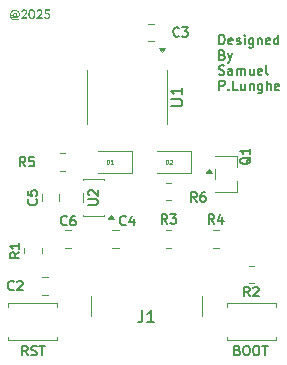
<source format=gbr>
%TF.GenerationSoftware,KiCad,Pcbnew,9.0.6+dfsg-1*%
%TF.CreationDate,2025-12-07T22:35:31+03:00*%
%TF.ProjectId,Custom_STM32F04,43757374-6f6d-45f5-9354-4d3332463034,1*%
%TF.SameCoordinates,Original*%
%TF.FileFunction,Legend,Top*%
%TF.FilePolarity,Positive*%
%FSLAX46Y46*%
G04 Gerber Fmt 4.6, Leading zero omitted, Abs format (unit mm)*
G04 Created by KiCad (PCBNEW 9.0.6+dfsg-1) date 2025-12-07 22:35:31*
%MOMM*%
%LPD*%
G01*
G04 APERTURE LIST*
%ADD10C,0.160000*%
%ADD11C,0.150000*%
%ADD12C,0.087500*%
%ADD13C,0.120000*%
G04 APERTURE END LIST*
D10*
G36*
X152044641Y-78099076D02*
G01*
X152095122Y-78107677D01*
X152144006Y-78121958D01*
X152189692Y-78141578D01*
X152232422Y-78166604D01*
X152271660Y-78196972D01*
X152306565Y-78232240D01*
X152336336Y-78272199D01*
X152360310Y-78316387D01*
X152378590Y-78365939D01*
X152389808Y-78418772D01*
X152393684Y-78477314D01*
X152389250Y-78535805D01*
X152376343Y-78588982D01*
X152355321Y-78637892D01*
X152328227Y-78678766D01*
X152294497Y-78712885D01*
X152255443Y-78738654D01*
X152211965Y-78754993D01*
X152164829Y-78760489D01*
X152126260Y-78755525D01*
X152095415Y-78741487D01*
X152078965Y-78726847D01*
X152066077Y-78706910D01*
X152056824Y-78680427D01*
X152021622Y-78717516D01*
X151986580Y-78740901D01*
X151947998Y-78754695D01*
X151905736Y-78759366D01*
X151873034Y-78756215D01*
X151846092Y-78747349D01*
X151822681Y-78732965D01*
X151803838Y-78714327D01*
X151789343Y-78691708D01*
X151778681Y-78664502D01*
X151772437Y-78634925D01*
X151770279Y-78602122D01*
X151770457Y-78599289D01*
X151863189Y-78599289D01*
X151867810Y-78634518D01*
X151880237Y-78659177D01*
X151893046Y-78671115D01*
X151909204Y-78678411D01*
X151929769Y-78681013D01*
X151961667Y-78675981D01*
X151977279Y-78669206D01*
X151992735Y-78658347D01*
X152006593Y-78644096D01*
X152020139Y-78624495D01*
X152031291Y-78601590D01*
X152041144Y-78571348D01*
X152082568Y-78410147D01*
X152040558Y-78406240D01*
X152003701Y-78410342D01*
X151970069Y-78422457D01*
X151939760Y-78441365D01*
X151913845Y-78465542D01*
X151892742Y-78494274D01*
X151876622Y-78527384D01*
X151866535Y-78562911D01*
X151863189Y-78599289D01*
X151770457Y-78599289D01*
X151772283Y-78570272D01*
X151778387Y-78537789D01*
X151788421Y-78505943D01*
X151802421Y-78475067D01*
X151820356Y-78445925D01*
X151842721Y-78418256D01*
X151868901Y-78393551D01*
X151899288Y-78372094D01*
X151933027Y-78354746D01*
X151971730Y-78341076D01*
X152013221Y-78332566D01*
X152060146Y-78329596D01*
X152099104Y-78331254D01*
X152130097Y-78335751D01*
X152186664Y-78353630D01*
X152134054Y-78558989D01*
X152126159Y-78596118D01*
X152123942Y-78622248D01*
X152126068Y-78645280D01*
X152131514Y-78660594D01*
X152140656Y-78672278D01*
X152152519Y-78679596D01*
X152182170Y-78684921D01*
X152206513Y-78681230D01*
X152230286Y-78669826D01*
X152251367Y-78652041D01*
X152270293Y-78627279D01*
X152285274Y-78598000D01*
X152297452Y-78561529D01*
X152304906Y-78522075D01*
X152307515Y-78477314D01*
X152304682Y-78427757D01*
X152296598Y-78384196D01*
X152283726Y-78345814D01*
X152265555Y-78309695D01*
X152243662Y-78278333D01*
X152217976Y-78251243D01*
X152172514Y-78218193D01*
X152118374Y-78194188D01*
X152059057Y-78180028D01*
X151993028Y-78175137D01*
X151944386Y-78178312D01*
X151898562Y-78187668D01*
X151855080Y-78203127D01*
X151814019Y-78224247D01*
X151777012Y-78249937D01*
X151743705Y-78280357D01*
X151714643Y-78314869D01*
X151689850Y-78353531D01*
X151669260Y-78396763D01*
X151654323Y-78442206D01*
X151645240Y-78490345D01*
X151642149Y-78541648D01*
X151645613Y-78603436D01*
X151655492Y-78657763D01*
X151671214Y-78705632D01*
X151693425Y-78750784D01*
X151719999Y-78789933D01*
X151750983Y-78823699D01*
X151786539Y-78852638D01*
X151826211Y-78876474D01*
X151870467Y-78895311D01*
X151916905Y-78908564D01*
X151966015Y-78916644D01*
X152018185Y-78919394D01*
X152101333Y-78914598D01*
X152168150Y-78901466D01*
X152228799Y-78880852D01*
X152275617Y-78857845D01*
X152288313Y-78852645D01*
X152298527Y-78853106D01*
X152307066Y-78858176D01*
X152313133Y-78867907D01*
X152329888Y-78912115D01*
X152267222Y-78946890D01*
X152193649Y-78974788D01*
X152141847Y-78987487D01*
X152083627Y-78995485D01*
X152018185Y-78998284D01*
X151952751Y-78994691D01*
X151891564Y-78984162D01*
X151834075Y-78966923D01*
X151779362Y-78942705D01*
X151730495Y-78912710D01*
X151686894Y-78876847D01*
X151648843Y-78835260D01*
X151616424Y-78787641D01*
X151589539Y-78733330D01*
X151570319Y-78675796D01*
X151558400Y-78612211D01*
X151554270Y-78541648D01*
X151558150Y-78482020D01*
X151569658Y-78424997D01*
X151588319Y-78370271D01*
X151613279Y-78319240D01*
X151644411Y-78271821D01*
X151681277Y-78228577D01*
X151723298Y-78190362D01*
X151769692Y-78158089D01*
X151820140Y-78132070D01*
X151874912Y-78112464D01*
X151932407Y-78100308D01*
X151993028Y-78096198D01*
X152044641Y-78099076D01*
G37*
G36*
X152990907Y-78750378D02*
G01*
X153008796Y-78753400D01*
X153021681Y-78761857D01*
X153029990Y-78774736D01*
X153032868Y-78791264D01*
X153032868Y-78864000D01*
X152487815Y-78864000D01*
X152487815Y-78823162D01*
X152492847Y-78797419D01*
X152499320Y-78784695D01*
X152509064Y-78772799D01*
X152759755Y-78521522D01*
X152816566Y-78460559D01*
X152839981Y-78431005D01*
X152859113Y-78402332D01*
X152874783Y-78372712D01*
X152885980Y-78343274D01*
X152892875Y-78312760D01*
X152895212Y-78280308D01*
X152892635Y-78249610D01*
X152885394Y-78224083D01*
X152873601Y-78201572D01*
X152858527Y-78183832D01*
X152839976Y-78169932D01*
X152817690Y-78159750D01*
X152793125Y-78153732D01*
X152765373Y-78151641D01*
X152738662Y-78153648D01*
X152714717Y-78159457D01*
X152692601Y-78168907D01*
X152673293Y-78181292D01*
X152656638Y-78196617D01*
X152643056Y-78214607D01*
X152632690Y-78234713D01*
X152625471Y-78256812D01*
X152615209Y-78276941D01*
X152603928Y-78287635D01*
X152589081Y-78292244D01*
X152565582Y-78290957D01*
X152502372Y-78279771D01*
X152514765Y-78225138D01*
X152533928Y-78179582D01*
X152560442Y-78139747D01*
X152592449Y-78107677D01*
X152630045Y-78082496D01*
X152673293Y-78064055D01*
X152720179Y-78053012D01*
X152772065Y-78049205D01*
X152824338Y-78053315D01*
X152870837Y-78065179D01*
X152913230Y-78084705D01*
X152948653Y-78110510D01*
X152977685Y-78142838D01*
X152999846Y-78181829D01*
X153013536Y-78225646D01*
X153018311Y-78276400D01*
X153014939Y-78320052D01*
X153005170Y-78359247D01*
X152989764Y-78396346D01*
X152969609Y-78431983D01*
X152945578Y-78465886D01*
X152917292Y-78499443D01*
X152854326Y-78565730D01*
X152659616Y-78764935D01*
X152707976Y-78754334D01*
X152754187Y-78750378D01*
X152990907Y-78750378D01*
G37*
G36*
X153454604Y-78052027D02*
G01*
X153493065Y-78060347D01*
X153529560Y-78074118D01*
X153563444Y-78093328D01*
X153594510Y-78118338D01*
X153623007Y-78149687D01*
X153646770Y-78184944D01*
X153667666Y-78227302D01*
X153685436Y-78277817D01*
X153697557Y-78329965D01*
X153705336Y-78390661D01*
X153708101Y-78461096D01*
X153705333Y-78531537D01*
X153697550Y-78592128D01*
X153685436Y-78644083D01*
X153667693Y-78694407D01*
X153646800Y-78736797D01*
X153623007Y-78772262D01*
X153594483Y-78803740D01*
X153563419Y-78828724D01*
X153529560Y-78847782D01*
X153493079Y-78861387D01*
X153454616Y-78869611D01*
X153413740Y-78872401D01*
X153372863Y-78869612D01*
X153334383Y-78861389D01*
X153297871Y-78847782D01*
X153264057Y-78828718D01*
X153233091Y-78803733D01*
X153204717Y-78772262D01*
X153181143Y-78736815D01*
X153160445Y-78694426D01*
X153142875Y-78644083D01*
X153130919Y-78592142D01*
X153123236Y-78531550D01*
X153120502Y-78461096D01*
X153244187Y-78461096D01*
X153248039Y-78546878D01*
X153258157Y-78610231D01*
X153275435Y-78666113D01*
X153295673Y-78705632D01*
X153321705Y-78737012D01*
X153349651Y-78756581D01*
X153380996Y-78767916D01*
X153413740Y-78771676D01*
X153446054Y-78767936D01*
X153477536Y-78756581D01*
X153505725Y-78736987D01*
X153531807Y-78705632D01*
X153552098Y-78666120D01*
X153569567Y-78610231D01*
X153579934Y-78546868D01*
X153583879Y-78461096D01*
X153579934Y-78375325D01*
X153569567Y-78311962D01*
X153552098Y-78256073D01*
X153531807Y-78216561D01*
X153505719Y-78185177D01*
X153477536Y-78165612D01*
X153446054Y-78154257D01*
X153413740Y-78150517D01*
X153380996Y-78154277D01*
X153349651Y-78165612D01*
X153321711Y-78185151D01*
X153295673Y-78216561D01*
X153275435Y-78256080D01*
X153258157Y-78311962D01*
X153248039Y-78375315D01*
X153244187Y-78461096D01*
X153120502Y-78461096D01*
X153123233Y-78390649D01*
X153130912Y-78329951D01*
X153142875Y-78277817D01*
X153160471Y-78227282D01*
X153181174Y-78184926D01*
X153204717Y-78149687D01*
X153233064Y-78118345D01*
X153264031Y-78093334D01*
X153297871Y-78074118D01*
X153334397Y-78060345D01*
X153372875Y-78052026D01*
X153413740Y-78049205D01*
X153454604Y-78052027D01*
G37*
G36*
X154289888Y-78750378D02*
G01*
X154307777Y-78753400D01*
X154320662Y-78761857D01*
X154328971Y-78774736D01*
X154331849Y-78791264D01*
X154331849Y-78864000D01*
X153786796Y-78864000D01*
X153786796Y-78823162D01*
X153791828Y-78797419D01*
X153798301Y-78784695D01*
X153808046Y-78772799D01*
X154058736Y-78521522D01*
X154115547Y-78460559D01*
X154138962Y-78431005D01*
X154158094Y-78402332D01*
X154173764Y-78372712D01*
X154184961Y-78343274D01*
X154191856Y-78312760D01*
X154194193Y-78280308D01*
X154191616Y-78249610D01*
X154184375Y-78224083D01*
X154172582Y-78201572D01*
X154157508Y-78183832D01*
X154138957Y-78169932D01*
X154116671Y-78159750D01*
X154092107Y-78153732D01*
X154064354Y-78151641D01*
X154037643Y-78153648D01*
X154013698Y-78159457D01*
X153991583Y-78168907D01*
X153972274Y-78181292D01*
X153955619Y-78196617D01*
X153942037Y-78214607D01*
X153931671Y-78234713D01*
X153924452Y-78256812D01*
X153914191Y-78276941D01*
X153902909Y-78287635D01*
X153888062Y-78292244D01*
X153864563Y-78290957D01*
X153801353Y-78279771D01*
X153813746Y-78225138D01*
X153832909Y-78179582D01*
X153859424Y-78139747D01*
X153891430Y-78107677D01*
X153929027Y-78082496D01*
X153972274Y-78064055D01*
X154019160Y-78053012D01*
X154071046Y-78049205D01*
X154123319Y-78053315D01*
X154169818Y-78065179D01*
X154212211Y-78084705D01*
X154247634Y-78110510D01*
X154276666Y-78142838D01*
X154298827Y-78181829D01*
X154312517Y-78225646D01*
X154317292Y-78276400D01*
X154313920Y-78320052D01*
X154304152Y-78359247D01*
X154288745Y-78396346D01*
X154268590Y-78431983D01*
X154244559Y-78465886D01*
X154216273Y-78499443D01*
X154153307Y-78565730D01*
X153958597Y-78764935D01*
X154006957Y-78754334D01*
X154053168Y-78750378D01*
X154289888Y-78750378D01*
G37*
G36*
X154604180Y-78355877D02*
G01*
X154659818Y-78346937D01*
X154711060Y-78344104D01*
X154771956Y-78349030D01*
X154822679Y-78362862D01*
X154867718Y-78385538D01*
X154903817Y-78414642D01*
X154932429Y-78450435D01*
X154953056Y-78492164D01*
X154965344Y-78537969D01*
X154969567Y-78588689D01*
X154963810Y-78650942D01*
X154947194Y-78705632D01*
X154920291Y-78754660D01*
X154885059Y-78795465D01*
X154842100Y-78828185D01*
X154791318Y-78852813D01*
X154735767Y-78867803D01*
X154674668Y-78872939D01*
X154638299Y-78871083D01*
X154604424Y-78865660D01*
X154571923Y-78856976D01*
X154542044Y-78845828D01*
X154488311Y-78816714D01*
X154444103Y-78782276D01*
X154481032Y-78730789D01*
X154494852Y-78718173D01*
X154512393Y-78714034D01*
X154524695Y-78716083D01*
X154539260Y-78722974D01*
X154573112Y-78742269D01*
X154618688Y-78761613D01*
X154646433Y-78768159D01*
X154681360Y-78770552D01*
X154719724Y-78767210D01*
X154752435Y-78757705D01*
X154781563Y-78742081D01*
X154805338Y-78721606D01*
X154824132Y-78696328D01*
X154838066Y-78665919D01*
X154846376Y-78632416D01*
X154849253Y-78594844D01*
X154846554Y-78560734D01*
X154838897Y-78531585D01*
X154825925Y-78505540D01*
X154808122Y-78484006D01*
X154785549Y-78466993D01*
X154756929Y-78454111D01*
X154724754Y-78446489D01*
X154685854Y-78443755D01*
X154625136Y-78448787D01*
X154562170Y-78464418D01*
X154487187Y-78443169D01*
X154553230Y-78058145D01*
X154943286Y-78058145D01*
X154943286Y-78110217D01*
X154939099Y-78133888D01*
X154927020Y-78152178D01*
X154907167Y-78163770D01*
X154872749Y-78168396D01*
X154636615Y-78168396D01*
X154604180Y-78355877D01*
G37*
X169295739Y-81029910D02*
X169295739Y-80229910D01*
X169295739Y-80229910D02*
X169486215Y-80229910D01*
X169486215Y-80229910D02*
X169600501Y-80268005D01*
X169600501Y-80268005D02*
X169676691Y-80344195D01*
X169676691Y-80344195D02*
X169714786Y-80420386D01*
X169714786Y-80420386D02*
X169752882Y-80572767D01*
X169752882Y-80572767D02*
X169752882Y-80687053D01*
X169752882Y-80687053D02*
X169714786Y-80839434D01*
X169714786Y-80839434D02*
X169676691Y-80915624D01*
X169676691Y-80915624D02*
X169600501Y-80991815D01*
X169600501Y-80991815D02*
X169486215Y-81029910D01*
X169486215Y-81029910D02*
X169295739Y-81029910D01*
X170400501Y-80991815D02*
X170324310Y-81029910D01*
X170324310Y-81029910D02*
X170171929Y-81029910D01*
X170171929Y-81029910D02*
X170095739Y-80991815D01*
X170095739Y-80991815D02*
X170057643Y-80915624D01*
X170057643Y-80915624D02*
X170057643Y-80610862D01*
X170057643Y-80610862D02*
X170095739Y-80534672D01*
X170095739Y-80534672D02*
X170171929Y-80496576D01*
X170171929Y-80496576D02*
X170324310Y-80496576D01*
X170324310Y-80496576D02*
X170400501Y-80534672D01*
X170400501Y-80534672D02*
X170438596Y-80610862D01*
X170438596Y-80610862D02*
X170438596Y-80687053D01*
X170438596Y-80687053D02*
X170057643Y-80763243D01*
X170743357Y-80991815D02*
X170819548Y-81029910D01*
X170819548Y-81029910D02*
X170971929Y-81029910D01*
X170971929Y-81029910D02*
X171048119Y-80991815D01*
X171048119Y-80991815D02*
X171086215Y-80915624D01*
X171086215Y-80915624D02*
X171086215Y-80877529D01*
X171086215Y-80877529D02*
X171048119Y-80801338D01*
X171048119Y-80801338D02*
X170971929Y-80763243D01*
X170971929Y-80763243D02*
X170857643Y-80763243D01*
X170857643Y-80763243D02*
X170781453Y-80725148D01*
X170781453Y-80725148D02*
X170743357Y-80648957D01*
X170743357Y-80648957D02*
X170743357Y-80610862D01*
X170743357Y-80610862D02*
X170781453Y-80534672D01*
X170781453Y-80534672D02*
X170857643Y-80496576D01*
X170857643Y-80496576D02*
X170971929Y-80496576D01*
X170971929Y-80496576D02*
X171048119Y-80534672D01*
X171429072Y-81029910D02*
X171429072Y-80496576D01*
X171429072Y-80229910D02*
X171390976Y-80268005D01*
X171390976Y-80268005D02*
X171429072Y-80306100D01*
X171429072Y-80306100D02*
X171467167Y-80268005D01*
X171467167Y-80268005D02*
X171429072Y-80229910D01*
X171429072Y-80229910D02*
X171429072Y-80306100D01*
X172152881Y-80496576D02*
X172152881Y-81144195D01*
X172152881Y-81144195D02*
X172114786Y-81220386D01*
X172114786Y-81220386D02*
X172076690Y-81258481D01*
X172076690Y-81258481D02*
X172000500Y-81296576D01*
X172000500Y-81296576D02*
X171886214Y-81296576D01*
X171886214Y-81296576D02*
X171810024Y-81258481D01*
X172152881Y-80991815D02*
X172076690Y-81029910D01*
X172076690Y-81029910D02*
X171924309Y-81029910D01*
X171924309Y-81029910D02*
X171848119Y-80991815D01*
X171848119Y-80991815D02*
X171810024Y-80953719D01*
X171810024Y-80953719D02*
X171771928Y-80877529D01*
X171771928Y-80877529D02*
X171771928Y-80648957D01*
X171771928Y-80648957D02*
X171810024Y-80572767D01*
X171810024Y-80572767D02*
X171848119Y-80534672D01*
X171848119Y-80534672D02*
X171924309Y-80496576D01*
X171924309Y-80496576D02*
X172076690Y-80496576D01*
X172076690Y-80496576D02*
X172152881Y-80534672D01*
X172533834Y-80496576D02*
X172533834Y-81029910D01*
X172533834Y-80572767D02*
X172571929Y-80534672D01*
X172571929Y-80534672D02*
X172648119Y-80496576D01*
X172648119Y-80496576D02*
X172762405Y-80496576D01*
X172762405Y-80496576D02*
X172838596Y-80534672D01*
X172838596Y-80534672D02*
X172876691Y-80610862D01*
X172876691Y-80610862D02*
X172876691Y-81029910D01*
X173562406Y-80991815D02*
X173486215Y-81029910D01*
X173486215Y-81029910D02*
X173333834Y-81029910D01*
X173333834Y-81029910D02*
X173257644Y-80991815D01*
X173257644Y-80991815D02*
X173219548Y-80915624D01*
X173219548Y-80915624D02*
X173219548Y-80610862D01*
X173219548Y-80610862D02*
X173257644Y-80534672D01*
X173257644Y-80534672D02*
X173333834Y-80496576D01*
X173333834Y-80496576D02*
X173486215Y-80496576D01*
X173486215Y-80496576D02*
X173562406Y-80534672D01*
X173562406Y-80534672D02*
X173600501Y-80610862D01*
X173600501Y-80610862D02*
X173600501Y-80687053D01*
X173600501Y-80687053D02*
X173219548Y-80763243D01*
X174286215Y-81029910D02*
X174286215Y-80229910D01*
X174286215Y-80991815D02*
X174210024Y-81029910D01*
X174210024Y-81029910D02*
X174057643Y-81029910D01*
X174057643Y-81029910D02*
X173981453Y-80991815D01*
X173981453Y-80991815D02*
X173943358Y-80953719D01*
X173943358Y-80953719D02*
X173905262Y-80877529D01*
X173905262Y-80877529D02*
X173905262Y-80648957D01*
X173905262Y-80648957D02*
X173943358Y-80572767D01*
X173943358Y-80572767D02*
X173981453Y-80534672D01*
X173981453Y-80534672D02*
X174057643Y-80496576D01*
X174057643Y-80496576D02*
X174210024Y-80496576D01*
X174210024Y-80496576D02*
X174286215Y-80534672D01*
X169562405Y-81898817D02*
X169676691Y-81936912D01*
X169676691Y-81936912D02*
X169714786Y-81975008D01*
X169714786Y-81975008D02*
X169752882Y-82051198D01*
X169752882Y-82051198D02*
X169752882Y-82165484D01*
X169752882Y-82165484D02*
X169714786Y-82241674D01*
X169714786Y-82241674D02*
X169676691Y-82279770D01*
X169676691Y-82279770D02*
X169600501Y-82317865D01*
X169600501Y-82317865D02*
X169295739Y-82317865D01*
X169295739Y-82317865D02*
X169295739Y-81517865D01*
X169295739Y-81517865D02*
X169562405Y-81517865D01*
X169562405Y-81517865D02*
X169638596Y-81555960D01*
X169638596Y-81555960D02*
X169676691Y-81594055D01*
X169676691Y-81594055D02*
X169714786Y-81670246D01*
X169714786Y-81670246D02*
X169714786Y-81746436D01*
X169714786Y-81746436D02*
X169676691Y-81822627D01*
X169676691Y-81822627D02*
X169638596Y-81860722D01*
X169638596Y-81860722D02*
X169562405Y-81898817D01*
X169562405Y-81898817D02*
X169295739Y-81898817D01*
X170019548Y-81784531D02*
X170210024Y-82317865D01*
X170400501Y-81784531D02*
X170210024Y-82317865D01*
X170210024Y-82317865D02*
X170133834Y-82508341D01*
X170133834Y-82508341D02*
X170095739Y-82546436D01*
X170095739Y-82546436D02*
X170019548Y-82584531D01*
X169257643Y-83567725D02*
X169371929Y-83605820D01*
X169371929Y-83605820D02*
X169562405Y-83605820D01*
X169562405Y-83605820D02*
X169638596Y-83567725D01*
X169638596Y-83567725D02*
X169676691Y-83529629D01*
X169676691Y-83529629D02*
X169714786Y-83453439D01*
X169714786Y-83453439D02*
X169714786Y-83377248D01*
X169714786Y-83377248D02*
X169676691Y-83301058D01*
X169676691Y-83301058D02*
X169638596Y-83262963D01*
X169638596Y-83262963D02*
X169562405Y-83224867D01*
X169562405Y-83224867D02*
X169410024Y-83186772D01*
X169410024Y-83186772D02*
X169333834Y-83148677D01*
X169333834Y-83148677D02*
X169295739Y-83110582D01*
X169295739Y-83110582D02*
X169257643Y-83034391D01*
X169257643Y-83034391D02*
X169257643Y-82958201D01*
X169257643Y-82958201D02*
X169295739Y-82882010D01*
X169295739Y-82882010D02*
X169333834Y-82843915D01*
X169333834Y-82843915D02*
X169410024Y-82805820D01*
X169410024Y-82805820D02*
X169600501Y-82805820D01*
X169600501Y-82805820D02*
X169714786Y-82843915D01*
X170400501Y-83605820D02*
X170400501Y-83186772D01*
X170400501Y-83186772D02*
X170362406Y-83110582D01*
X170362406Y-83110582D02*
X170286215Y-83072486D01*
X170286215Y-83072486D02*
X170133834Y-83072486D01*
X170133834Y-83072486D02*
X170057644Y-83110582D01*
X170400501Y-83567725D02*
X170324310Y-83605820D01*
X170324310Y-83605820D02*
X170133834Y-83605820D01*
X170133834Y-83605820D02*
X170057644Y-83567725D01*
X170057644Y-83567725D02*
X170019548Y-83491534D01*
X170019548Y-83491534D02*
X170019548Y-83415344D01*
X170019548Y-83415344D02*
X170057644Y-83339153D01*
X170057644Y-83339153D02*
X170133834Y-83301058D01*
X170133834Y-83301058D02*
X170324310Y-83301058D01*
X170324310Y-83301058D02*
X170400501Y-83262963D01*
X170781454Y-83605820D02*
X170781454Y-83072486D01*
X170781454Y-83148677D02*
X170819549Y-83110582D01*
X170819549Y-83110582D02*
X170895739Y-83072486D01*
X170895739Y-83072486D02*
X171010025Y-83072486D01*
X171010025Y-83072486D02*
X171086216Y-83110582D01*
X171086216Y-83110582D02*
X171124311Y-83186772D01*
X171124311Y-83186772D02*
X171124311Y-83605820D01*
X171124311Y-83186772D02*
X171162406Y-83110582D01*
X171162406Y-83110582D02*
X171238597Y-83072486D01*
X171238597Y-83072486D02*
X171352882Y-83072486D01*
X171352882Y-83072486D02*
X171429073Y-83110582D01*
X171429073Y-83110582D02*
X171467168Y-83186772D01*
X171467168Y-83186772D02*
X171467168Y-83605820D01*
X172190978Y-83072486D02*
X172190978Y-83605820D01*
X171848121Y-83072486D02*
X171848121Y-83491534D01*
X171848121Y-83491534D02*
X171886216Y-83567725D01*
X171886216Y-83567725D02*
X171962406Y-83605820D01*
X171962406Y-83605820D02*
X172076692Y-83605820D01*
X172076692Y-83605820D02*
X172152883Y-83567725D01*
X172152883Y-83567725D02*
X172190978Y-83529629D01*
X172876693Y-83567725D02*
X172800502Y-83605820D01*
X172800502Y-83605820D02*
X172648121Y-83605820D01*
X172648121Y-83605820D02*
X172571931Y-83567725D01*
X172571931Y-83567725D02*
X172533835Y-83491534D01*
X172533835Y-83491534D02*
X172533835Y-83186772D01*
X172533835Y-83186772D02*
X172571931Y-83110582D01*
X172571931Y-83110582D02*
X172648121Y-83072486D01*
X172648121Y-83072486D02*
X172800502Y-83072486D01*
X172800502Y-83072486D02*
X172876693Y-83110582D01*
X172876693Y-83110582D02*
X172914788Y-83186772D01*
X172914788Y-83186772D02*
X172914788Y-83262963D01*
X172914788Y-83262963D02*
X172533835Y-83339153D01*
X173371930Y-83605820D02*
X173295740Y-83567725D01*
X173295740Y-83567725D02*
X173257645Y-83491534D01*
X173257645Y-83491534D02*
X173257645Y-82805820D01*
X169295739Y-84893775D02*
X169295739Y-84093775D01*
X169295739Y-84093775D02*
X169600501Y-84093775D01*
X169600501Y-84093775D02*
X169676691Y-84131870D01*
X169676691Y-84131870D02*
X169714786Y-84169965D01*
X169714786Y-84169965D02*
X169752882Y-84246156D01*
X169752882Y-84246156D02*
X169752882Y-84360441D01*
X169752882Y-84360441D02*
X169714786Y-84436632D01*
X169714786Y-84436632D02*
X169676691Y-84474727D01*
X169676691Y-84474727D02*
X169600501Y-84512822D01*
X169600501Y-84512822D02*
X169295739Y-84512822D01*
X170095739Y-84817584D02*
X170133834Y-84855680D01*
X170133834Y-84855680D02*
X170095739Y-84893775D01*
X170095739Y-84893775D02*
X170057643Y-84855680D01*
X170057643Y-84855680D02*
X170095739Y-84817584D01*
X170095739Y-84817584D02*
X170095739Y-84893775D01*
X170857643Y-84893775D02*
X170476691Y-84893775D01*
X170476691Y-84893775D02*
X170476691Y-84093775D01*
X171467167Y-84360441D02*
X171467167Y-84893775D01*
X171124310Y-84360441D02*
X171124310Y-84779489D01*
X171124310Y-84779489D02*
X171162405Y-84855680D01*
X171162405Y-84855680D02*
X171238595Y-84893775D01*
X171238595Y-84893775D02*
X171352881Y-84893775D01*
X171352881Y-84893775D02*
X171429072Y-84855680D01*
X171429072Y-84855680D02*
X171467167Y-84817584D01*
X171848120Y-84360441D02*
X171848120Y-84893775D01*
X171848120Y-84436632D02*
X171886215Y-84398537D01*
X171886215Y-84398537D02*
X171962405Y-84360441D01*
X171962405Y-84360441D02*
X172076691Y-84360441D01*
X172076691Y-84360441D02*
X172152882Y-84398537D01*
X172152882Y-84398537D02*
X172190977Y-84474727D01*
X172190977Y-84474727D02*
X172190977Y-84893775D01*
X172914787Y-84360441D02*
X172914787Y-85008060D01*
X172914787Y-85008060D02*
X172876692Y-85084251D01*
X172876692Y-85084251D02*
X172838596Y-85122346D01*
X172838596Y-85122346D02*
X172762406Y-85160441D01*
X172762406Y-85160441D02*
X172648120Y-85160441D01*
X172648120Y-85160441D02*
X172571930Y-85122346D01*
X172914787Y-84855680D02*
X172838596Y-84893775D01*
X172838596Y-84893775D02*
X172686215Y-84893775D01*
X172686215Y-84893775D02*
X172610025Y-84855680D01*
X172610025Y-84855680D02*
X172571930Y-84817584D01*
X172571930Y-84817584D02*
X172533834Y-84741394D01*
X172533834Y-84741394D02*
X172533834Y-84512822D01*
X172533834Y-84512822D02*
X172571930Y-84436632D01*
X172571930Y-84436632D02*
X172610025Y-84398537D01*
X172610025Y-84398537D02*
X172686215Y-84360441D01*
X172686215Y-84360441D02*
X172838596Y-84360441D01*
X172838596Y-84360441D02*
X172914787Y-84398537D01*
X173295740Y-84893775D02*
X173295740Y-84093775D01*
X173638597Y-84893775D02*
X173638597Y-84474727D01*
X173638597Y-84474727D02*
X173600502Y-84398537D01*
X173600502Y-84398537D02*
X173524311Y-84360441D01*
X173524311Y-84360441D02*
X173410025Y-84360441D01*
X173410025Y-84360441D02*
X173333835Y-84398537D01*
X173333835Y-84398537D02*
X173295740Y-84436632D01*
X174324312Y-84855680D02*
X174248121Y-84893775D01*
X174248121Y-84893775D02*
X174095740Y-84893775D01*
X174095740Y-84893775D02*
X174019550Y-84855680D01*
X174019550Y-84855680D02*
X173981454Y-84779489D01*
X173981454Y-84779489D02*
X173981454Y-84474727D01*
X173981454Y-84474727D02*
X174019550Y-84398537D01*
X174019550Y-84398537D02*
X174095740Y-84360441D01*
X174095740Y-84360441D02*
X174248121Y-84360441D01*
X174248121Y-84360441D02*
X174324312Y-84398537D01*
X174324312Y-84398537D02*
X174362407Y-84474727D01*
X174362407Y-84474727D02*
X174362407Y-84550918D01*
X174362407Y-84550918D02*
X173981454Y-84627108D01*
D11*
X158199795Y-94609523D02*
X158847414Y-94609523D01*
X158847414Y-94609523D02*
X158923604Y-94571428D01*
X158923604Y-94571428D02*
X158961700Y-94533333D01*
X158961700Y-94533333D02*
X158999795Y-94457142D01*
X158999795Y-94457142D02*
X158999795Y-94304761D01*
X158999795Y-94304761D02*
X158961700Y-94228571D01*
X158961700Y-94228571D02*
X158923604Y-94190476D01*
X158923604Y-94190476D02*
X158847414Y-94152380D01*
X158847414Y-94152380D02*
X158199795Y-94152380D01*
X158275985Y-93809524D02*
X158237890Y-93771428D01*
X158237890Y-93771428D02*
X158199795Y-93695238D01*
X158199795Y-93695238D02*
X158199795Y-93504762D01*
X158199795Y-93504762D02*
X158237890Y-93428571D01*
X158237890Y-93428571D02*
X158275985Y-93390476D01*
X158275985Y-93390476D02*
X158352176Y-93352381D01*
X158352176Y-93352381D02*
X158428366Y-93352381D01*
X158428366Y-93352381D02*
X158542652Y-93390476D01*
X158542652Y-93390476D02*
X158999795Y-93847619D01*
X158999795Y-93847619D02*
X158999795Y-93352381D01*
X171938485Y-90576190D02*
X171900390Y-90652380D01*
X171900390Y-90652380D02*
X171824200Y-90728571D01*
X171824200Y-90728571D02*
X171709914Y-90842857D01*
X171709914Y-90842857D02*
X171671819Y-90919047D01*
X171671819Y-90919047D02*
X171671819Y-90995238D01*
X171862295Y-90957142D02*
X171824200Y-91033333D01*
X171824200Y-91033333D02*
X171748009Y-91109523D01*
X171748009Y-91109523D02*
X171595628Y-91147619D01*
X171595628Y-91147619D02*
X171328961Y-91147619D01*
X171328961Y-91147619D02*
X171176580Y-91109523D01*
X171176580Y-91109523D02*
X171100390Y-91033333D01*
X171100390Y-91033333D02*
X171062295Y-90957142D01*
X171062295Y-90957142D02*
X171062295Y-90804761D01*
X171062295Y-90804761D02*
X171100390Y-90728571D01*
X171100390Y-90728571D02*
X171176580Y-90652380D01*
X171176580Y-90652380D02*
X171328961Y-90614285D01*
X171328961Y-90614285D02*
X171595628Y-90614285D01*
X171595628Y-90614285D02*
X171748009Y-90652380D01*
X171748009Y-90652380D02*
X171824200Y-90728571D01*
X171824200Y-90728571D02*
X171862295Y-90804761D01*
X171862295Y-90804761D02*
X171862295Y-90957142D01*
X171862295Y-89852381D02*
X171862295Y-90309524D01*
X171862295Y-90080952D02*
X171062295Y-90080952D01*
X171062295Y-90080952D02*
X171176580Y-90157143D01*
X171176580Y-90157143D02*
X171252771Y-90233333D01*
X171252771Y-90233333D02*
X171290866Y-90309524D01*
D12*
X159741667Y-91157366D02*
X159741667Y-90807366D01*
X159741667Y-90807366D02*
X159825000Y-90807366D01*
X159825000Y-90807366D02*
X159875000Y-90824033D01*
X159875000Y-90824033D02*
X159908334Y-90857366D01*
X159908334Y-90857366D02*
X159925000Y-90890700D01*
X159925000Y-90890700D02*
X159941667Y-90957366D01*
X159941667Y-90957366D02*
X159941667Y-91007366D01*
X159941667Y-91007366D02*
X159925000Y-91074033D01*
X159925000Y-91074033D02*
X159908334Y-91107366D01*
X159908334Y-91107366D02*
X159875000Y-91140700D01*
X159875000Y-91140700D02*
X159825000Y-91157366D01*
X159825000Y-91157366D02*
X159741667Y-91157366D01*
X160275000Y-91157366D02*
X160075000Y-91157366D01*
X160175000Y-91157366D02*
X160175000Y-90807366D01*
X160175000Y-90807366D02*
X160141667Y-90857366D01*
X160141667Y-90857366D02*
X160108334Y-90890700D01*
X160108334Y-90890700D02*
X160075000Y-90907366D01*
D11*
X152866667Y-91362295D02*
X152600000Y-90981342D01*
X152409524Y-91362295D02*
X152409524Y-90562295D01*
X152409524Y-90562295D02*
X152714286Y-90562295D01*
X152714286Y-90562295D02*
X152790476Y-90600390D01*
X152790476Y-90600390D02*
X152828571Y-90638485D01*
X152828571Y-90638485D02*
X152866667Y-90714676D01*
X152866667Y-90714676D02*
X152866667Y-90828961D01*
X152866667Y-90828961D02*
X152828571Y-90905152D01*
X152828571Y-90905152D02*
X152790476Y-90943247D01*
X152790476Y-90943247D02*
X152714286Y-90981342D01*
X152714286Y-90981342D02*
X152409524Y-90981342D01*
X153590476Y-90562295D02*
X153209524Y-90562295D01*
X153209524Y-90562295D02*
X153171428Y-90943247D01*
X153171428Y-90943247D02*
X153209524Y-90905152D01*
X153209524Y-90905152D02*
X153285714Y-90867057D01*
X153285714Y-90867057D02*
X153476190Y-90867057D01*
X153476190Y-90867057D02*
X153552381Y-90905152D01*
X153552381Y-90905152D02*
X153590476Y-90943247D01*
X153590476Y-90943247D02*
X153628571Y-91019438D01*
X153628571Y-91019438D02*
X153628571Y-91209914D01*
X153628571Y-91209914D02*
X153590476Y-91286104D01*
X153590476Y-91286104D02*
X153552381Y-91324200D01*
X153552381Y-91324200D02*
X153476190Y-91362295D01*
X153476190Y-91362295D02*
X153285714Y-91362295D01*
X153285714Y-91362295D02*
X153209524Y-91324200D01*
X153209524Y-91324200D02*
X153171428Y-91286104D01*
X168866667Y-96212295D02*
X168600000Y-95831342D01*
X168409524Y-96212295D02*
X168409524Y-95412295D01*
X168409524Y-95412295D02*
X168714286Y-95412295D01*
X168714286Y-95412295D02*
X168790476Y-95450390D01*
X168790476Y-95450390D02*
X168828571Y-95488485D01*
X168828571Y-95488485D02*
X168866667Y-95564676D01*
X168866667Y-95564676D02*
X168866667Y-95678961D01*
X168866667Y-95678961D02*
X168828571Y-95755152D01*
X168828571Y-95755152D02*
X168790476Y-95793247D01*
X168790476Y-95793247D02*
X168714286Y-95831342D01*
X168714286Y-95831342D02*
X168409524Y-95831342D01*
X169552381Y-95678961D02*
X169552381Y-96212295D01*
X169361905Y-95374200D02*
X169171428Y-95945628D01*
X169171428Y-95945628D02*
X169666667Y-95945628D01*
X171866667Y-102362295D02*
X171600000Y-101981342D01*
X171409524Y-102362295D02*
X171409524Y-101562295D01*
X171409524Y-101562295D02*
X171714286Y-101562295D01*
X171714286Y-101562295D02*
X171790476Y-101600390D01*
X171790476Y-101600390D02*
X171828571Y-101638485D01*
X171828571Y-101638485D02*
X171866667Y-101714676D01*
X171866667Y-101714676D02*
X171866667Y-101828961D01*
X171866667Y-101828961D02*
X171828571Y-101905152D01*
X171828571Y-101905152D02*
X171790476Y-101943247D01*
X171790476Y-101943247D02*
X171714286Y-101981342D01*
X171714286Y-101981342D02*
X171409524Y-101981342D01*
X172171428Y-101638485D02*
X172209524Y-101600390D01*
X172209524Y-101600390D02*
X172285714Y-101562295D01*
X172285714Y-101562295D02*
X172476190Y-101562295D01*
X172476190Y-101562295D02*
X172552381Y-101600390D01*
X172552381Y-101600390D02*
X172590476Y-101638485D01*
X172590476Y-101638485D02*
X172628571Y-101714676D01*
X172628571Y-101714676D02*
X172628571Y-101790866D01*
X172628571Y-101790866D02*
X172590476Y-101905152D01*
X172590476Y-101905152D02*
X172133333Y-102362295D01*
X172133333Y-102362295D02*
X172628571Y-102362295D01*
X152362295Y-98633332D02*
X151981342Y-98899999D01*
X152362295Y-99090475D02*
X151562295Y-99090475D01*
X151562295Y-99090475D02*
X151562295Y-98785713D01*
X151562295Y-98785713D02*
X151600390Y-98709523D01*
X151600390Y-98709523D02*
X151638485Y-98671428D01*
X151638485Y-98671428D02*
X151714676Y-98633332D01*
X151714676Y-98633332D02*
X151828961Y-98633332D01*
X151828961Y-98633332D02*
X151905152Y-98671428D01*
X151905152Y-98671428D02*
X151943247Y-98709523D01*
X151943247Y-98709523D02*
X151981342Y-98785713D01*
X151981342Y-98785713D02*
X151981342Y-99090475D01*
X152362295Y-97871428D02*
X152362295Y-98328571D01*
X152362295Y-98099999D02*
X151562295Y-98099999D01*
X151562295Y-98099999D02*
X151676580Y-98176190D01*
X151676580Y-98176190D02*
X151752771Y-98252380D01*
X151752771Y-98252380D02*
X151790866Y-98328571D01*
X153786104Y-94133332D02*
X153824200Y-94171428D01*
X153824200Y-94171428D02*
X153862295Y-94285713D01*
X153862295Y-94285713D02*
X153862295Y-94361904D01*
X153862295Y-94361904D02*
X153824200Y-94476190D01*
X153824200Y-94476190D02*
X153748009Y-94552380D01*
X153748009Y-94552380D02*
X153671819Y-94590475D01*
X153671819Y-94590475D02*
X153519438Y-94628571D01*
X153519438Y-94628571D02*
X153405152Y-94628571D01*
X153405152Y-94628571D02*
X153252771Y-94590475D01*
X153252771Y-94590475D02*
X153176580Y-94552380D01*
X153176580Y-94552380D02*
X153100390Y-94476190D01*
X153100390Y-94476190D02*
X153062295Y-94361904D01*
X153062295Y-94361904D02*
X153062295Y-94285713D01*
X153062295Y-94285713D02*
X153100390Y-94171428D01*
X153100390Y-94171428D02*
X153138485Y-94133332D01*
X153062295Y-93409523D02*
X153062295Y-93790475D01*
X153062295Y-93790475D02*
X153443247Y-93828571D01*
X153443247Y-93828571D02*
X153405152Y-93790475D01*
X153405152Y-93790475D02*
X153367057Y-93714285D01*
X153367057Y-93714285D02*
X153367057Y-93523809D01*
X153367057Y-93523809D02*
X153405152Y-93447618D01*
X153405152Y-93447618D02*
X153443247Y-93409523D01*
X153443247Y-93409523D02*
X153519438Y-93371428D01*
X153519438Y-93371428D02*
X153709914Y-93371428D01*
X153709914Y-93371428D02*
X153786104Y-93409523D01*
X153786104Y-93409523D02*
X153824200Y-93447618D01*
X153824200Y-93447618D02*
X153862295Y-93523809D01*
X153862295Y-93523809D02*
X153862295Y-93714285D01*
X153862295Y-93714285D02*
X153824200Y-93790475D01*
X153824200Y-93790475D02*
X153786104Y-93828571D01*
X170814285Y-106943247D02*
X170928571Y-106981342D01*
X170928571Y-106981342D02*
X170966666Y-107019438D01*
X170966666Y-107019438D02*
X171004762Y-107095628D01*
X171004762Y-107095628D02*
X171004762Y-107209914D01*
X171004762Y-107209914D02*
X170966666Y-107286104D01*
X170966666Y-107286104D02*
X170928571Y-107324200D01*
X170928571Y-107324200D02*
X170852381Y-107362295D01*
X170852381Y-107362295D02*
X170547619Y-107362295D01*
X170547619Y-107362295D02*
X170547619Y-106562295D01*
X170547619Y-106562295D02*
X170814285Y-106562295D01*
X170814285Y-106562295D02*
X170890476Y-106600390D01*
X170890476Y-106600390D02*
X170928571Y-106638485D01*
X170928571Y-106638485D02*
X170966666Y-106714676D01*
X170966666Y-106714676D02*
X170966666Y-106790866D01*
X170966666Y-106790866D02*
X170928571Y-106867057D01*
X170928571Y-106867057D02*
X170890476Y-106905152D01*
X170890476Y-106905152D02*
X170814285Y-106943247D01*
X170814285Y-106943247D02*
X170547619Y-106943247D01*
X171500000Y-106562295D02*
X171652381Y-106562295D01*
X171652381Y-106562295D02*
X171728571Y-106600390D01*
X171728571Y-106600390D02*
X171804762Y-106676580D01*
X171804762Y-106676580D02*
X171842857Y-106828961D01*
X171842857Y-106828961D02*
X171842857Y-107095628D01*
X171842857Y-107095628D02*
X171804762Y-107248009D01*
X171804762Y-107248009D02*
X171728571Y-107324200D01*
X171728571Y-107324200D02*
X171652381Y-107362295D01*
X171652381Y-107362295D02*
X171500000Y-107362295D01*
X171500000Y-107362295D02*
X171423809Y-107324200D01*
X171423809Y-107324200D02*
X171347619Y-107248009D01*
X171347619Y-107248009D02*
X171309523Y-107095628D01*
X171309523Y-107095628D02*
X171309523Y-106828961D01*
X171309523Y-106828961D02*
X171347619Y-106676580D01*
X171347619Y-106676580D02*
X171423809Y-106600390D01*
X171423809Y-106600390D02*
X171500000Y-106562295D01*
X172338095Y-106562295D02*
X172490476Y-106562295D01*
X172490476Y-106562295D02*
X172566666Y-106600390D01*
X172566666Y-106600390D02*
X172642857Y-106676580D01*
X172642857Y-106676580D02*
X172680952Y-106828961D01*
X172680952Y-106828961D02*
X172680952Y-107095628D01*
X172680952Y-107095628D02*
X172642857Y-107248009D01*
X172642857Y-107248009D02*
X172566666Y-107324200D01*
X172566666Y-107324200D02*
X172490476Y-107362295D01*
X172490476Y-107362295D02*
X172338095Y-107362295D01*
X172338095Y-107362295D02*
X172261904Y-107324200D01*
X172261904Y-107324200D02*
X172185714Y-107248009D01*
X172185714Y-107248009D02*
X172147618Y-107095628D01*
X172147618Y-107095628D02*
X172147618Y-106828961D01*
X172147618Y-106828961D02*
X172185714Y-106676580D01*
X172185714Y-106676580D02*
X172261904Y-106600390D01*
X172261904Y-106600390D02*
X172338095Y-106562295D01*
X172909523Y-106562295D02*
X173366666Y-106562295D01*
X173138094Y-107362295D02*
X173138094Y-106562295D01*
X153061905Y-107362295D02*
X152795238Y-106981342D01*
X152604762Y-107362295D02*
X152604762Y-106562295D01*
X152604762Y-106562295D02*
X152909524Y-106562295D01*
X152909524Y-106562295D02*
X152985714Y-106600390D01*
X152985714Y-106600390D02*
X153023809Y-106638485D01*
X153023809Y-106638485D02*
X153061905Y-106714676D01*
X153061905Y-106714676D02*
X153061905Y-106828961D01*
X153061905Y-106828961D02*
X153023809Y-106905152D01*
X153023809Y-106905152D02*
X152985714Y-106943247D01*
X152985714Y-106943247D02*
X152909524Y-106981342D01*
X152909524Y-106981342D02*
X152604762Y-106981342D01*
X153366666Y-107324200D02*
X153480952Y-107362295D01*
X153480952Y-107362295D02*
X153671428Y-107362295D01*
X153671428Y-107362295D02*
X153747619Y-107324200D01*
X153747619Y-107324200D02*
X153785714Y-107286104D01*
X153785714Y-107286104D02*
X153823809Y-107209914D01*
X153823809Y-107209914D02*
X153823809Y-107133723D01*
X153823809Y-107133723D02*
X153785714Y-107057533D01*
X153785714Y-107057533D02*
X153747619Y-107019438D01*
X153747619Y-107019438D02*
X153671428Y-106981342D01*
X153671428Y-106981342D02*
X153519047Y-106943247D01*
X153519047Y-106943247D02*
X153442857Y-106905152D01*
X153442857Y-106905152D02*
X153404762Y-106867057D01*
X153404762Y-106867057D02*
X153366666Y-106790866D01*
X153366666Y-106790866D02*
X153366666Y-106714676D01*
X153366666Y-106714676D02*
X153404762Y-106638485D01*
X153404762Y-106638485D02*
X153442857Y-106600390D01*
X153442857Y-106600390D02*
X153519047Y-106562295D01*
X153519047Y-106562295D02*
X153709524Y-106562295D01*
X153709524Y-106562295D02*
X153823809Y-106600390D01*
X154052381Y-106562295D02*
X154509524Y-106562295D01*
X154280952Y-107362295D02*
X154280952Y-106562295D01*
X156366667Y-96286104D02*
X156328571Y-96324200D01*
X156328571Y-96324200D02*
X156214286Y-96362295D01*
X156214286Y-96362295D02*
X156138095Y-96362295D01*
X156138095Y-96362295D02*
X156023809Y-96324200D01*
X156023809Y-96324200D02*
X155947619Y-96248009D01*
X155947619Y-96248009D02*
X155909524Y-96171819D01*
X155909524Y-96171819D02*
X155871428Y-96019438D01*
X155871428Y-96019438D02*
X155871428Y-95905152D01*
X155871428Y-95905152D02*
X155909524Y-95752771D01*
X155909524Y-95752771D02*
X155947619Y-95676580D01*
X155947619Y-95676580D02*
X156023809Y-95600390D01*
X156023809Y-95600390D02*
X156138095Y-95562295D01*
X156138095Y-95562295D02*
X156214286Y-95562295D01*
X156214286Y-95562295D02*
X156328571Y-95600390D01*
X156328571Y-95600390D02*
X156366667Y-95638485D01*
X157052381Y-95562295D02*
X156900000Y-95562295D01*
X156900000Y-95562295D02*
X156823809Y-95600390D01*
X156823809Y-95600390D02*
X156785714Y-95638485D01*
X156785714Y-95638485D02*
X156709524Y-95752771D01*
X156709524Y-95752771D02*
X156671428Y-95905152D01*
X156671428Y-95905152D02*
X156671428Y-96209914D01*
X156671428Y-96209914D02*
X156709524Y-96286104D01*
X156709524Y-96286104D02*
X156747619Y-96324200D01*
X156747619Y-96324200D02*
X156823809Y-96362295D01*
X156823809Y-96362295D02*
X156976190Y-96362295D01*
X156976190Y-96362295D02*
X157052381Y-96324200D01*
X157052381Y-96324200D02*
X157090476Y-96286104D01*
X157090476Y-96286104D02*
X157128571Y-96209914D01*
X157128571Y-96209914D02*
X157128571Y-96019438D01*
X157128571Y-96019438D02*
X157090476Y-95943247D01*
X157090476Y-95943247D02*
X157052381Y-95905152D01*
X157052381Y-95905152D02*
X156976190Y-95867057D01*
X156976190Y-95867057D02*
X156823809Y-95867057D01*
X156823809Y-95867057D02*
X156747619Y-95905152D01*
X156747619Y-95905152D02*
X156709524Y-95943247D01*
X156709524Y-95943247D02*
X156671428Y-96019438D01*
X162776666Y-103559819D02*
X162776666Y-104274104D01*
X162776666Y-104274104D02*
X162729047Y-104416961D01*
X162729047Y-104416961D02*
X162633809Y-104512200D01*
X162633809Y-104512200D02*
X162490952Y-104559819D01*
X162490952Y-104559819D02*
X162395714Y-104559819D01*
X163776666Y-104559819D02*
X163205238Y-104559819D01*
X163490952Y-104559819D02*
X163490952Y-103559819D01*
X163490952Y-103559819D02*
X163395714Y-103702676D01*
X163395714Y-103702676D02*
X163300476Y-103797914D01*
X163300476Y-103797914D02*
X163205238Y-103845533D01*
X161366667Y-96286104D02*
X161328571Y-96324200D01*
X161328571Y-96324200D02*
X161214286Y-96362295D01*
X161214286Y-96362295D02*
X161138095Y-96362295D01*
X161138095Y-96362295D02*
X161023809Y-96324200D01*
X161023809Y-96324200D02*
X160947619Y-96248009D01*
X160947619Y-96248009D02*
X160909524Y-96171819D01*
X160909524Y-96171819D02*
X160871428Y-96019438D01*
X160871428Y-96019438D02*
X160871428Y-95905152D01*
X160871428Y-95905152D02*
X160909524Y-95752771D01*
X160909524Y-95752771D02*
X160947619Y-95676580D01*
X160947619Y-95676580D02*
X161023809Y-95600390D01*
X161023809Y-95600390D02*
X161138095Y-95562295D01*
X161138095Y-95562295D02*
X161214286Y-95562295D01*
X161214286Y-95562295D02*
X161328571Y-95600390D01*
X161328571Y-95600390D02*
X161366667Y-95638485D01*
X162052381Y-95828961D02*
X162052381Y-96362295D01*
X161861905Y-95524200D02*
X161671428Y-96095628D01*
X161671428Y-96095628D02*
X162166667Y-96095628D01*
X165866667Y-80286104D02*
X165828571Y-80324200D01*
X165828571Y-80324200D02*
X165714286Y-80362295D01*
X165714286Y-80362295D02*
X165638095Y-80362295D01*
X165638095Y-80362295D02*
X165523809Y-80324200D01*
X165523809Y-80324200D02*
X165447619Y-80248009D01*
X165447619Y-80248009D02*
X165409524Y-80171819D01*
X165409524Y-80171819D02*
X165371428Y-80019438D01*
X165371428Y-80019438D02*
X165371428Y-79905152D01*
X165371428Y-79905152D02*
X165409524Y-79752771D01*
X165409524Y-79752771D02*
X165447619Y-79676580D01*
X165447619Y-79676580D02*
X165523809Y-79600390D01*
X165523809Y-79600390D02*
X165638095Y-79562295D01*
X165638095Y-79562295D02*
X165714286Y-79562295D01*
X165714286Y-79562295D02*
X165828571Y-79600390D01*
X165828571Y-79600390D02*
X165866667Y-79638485D01*
X166133333Y-79562295D02*
X166628571Y-79562295D01*
X166628571Y-79562295D02*
X166361905Y-79867057D01*
X166361905Y-79867057D02*
X166476190Y-79867057D01*
X166476190Y-79867057D02*
X166552381Y-79905152D01*
X166552381Y-79905152D02*
X166590476Y-79943247D01*
X166590476Y-79943247D02*
X166628571Y-80019438D01*
X166628571Y-80019438D02*
X166628571Y-80209914D01*
X166628571Y-80209914D02*
X166590476Y-80286104D01*
X166590476Y-80286104D02*
X166552381Y-80324200D01*
X166552381Y-80324200D02*
X166476190Y-80362295D01*
X166476190Y-80362295D02*
X166247619Y-80362295D01*
X166247619Y-80362295D02*
X166171428Y-80324200D01*
X166171428Y-80324200D02*
X166133333Y-80286104D01*
D12*
X164741667Y-91157366D02*
X164741667Y-90807366D01*
X164741667Y-90807366D02*
X164825000Y-90807366D01*
X164825000Y-90807366D02*
X164875000Y-90824033D01*
X164875000Y-90824033D02*
X164908334Y-90857366D01*
X164908334Y-90857366D02*
X164925000Y-90890700D01*
X164925000Y-90890700D02*
X164941667Y-90957366D01*
X164941667Y-90957366D02*
X164941667Y-91007366D01*
X164941667Y-91007366D02*
X164925000Y-91074033D01*
X164925000Y-91074033D02*
X164908334Y-91107366D01*
X164908334Y-91107366D02*
X164875000Y-91140700D01*
X164875000Y-91140700D02*
X164825000Y-91157366D01*
X164825000Y-91157366D02*
X164741667Y-91157366D01*
X165075000Y-90840700D02*
X165091667Y-90824033D01*
X165091667Y-90824033D02*
X165125000Y-90807366D01*
X165125000Y-90807366D02*
X165208334Y-90807366D01*
X165208334Y-90807366D02*
X165241667Y-90824033D01*
X165241667Y-90824033D02*
X165258334Y-90840700D01*
X165258334Y-90840700D02*
X165275000Y-90874033D01*
X165275000Y-90874033D02*
X165275000Y-90907366D01*
X165275000Y-90907366D02*
X165258334Y-90957366D01*
X165258334Y-90957366D02*
X165058334Y-91157366D01*
X165058334Y-91157366D02*
X165275000Y-91157366D01*
D11*
X151866667Y-101786104D02*
X151828571Y-101824200D01*
X151828571Y-101824200D02*
X151714286Y-101862295D01*
X151714286Y-101862295D02*
X151638095Y-101862295D01*
X151638095Y-101862295D02*
X151523809Y-101824200D01*
X151523809Y-101824200D02*
X151447619Y-101748009D01*
X151447619Y-101748009D02*
X151409524Y-101671819D01*
X151409524Y-101671819D02*
X151371428Y-101519438D01*
X151371428Y-101519438D02*
X151371428Y-101405152D01*
X151371428Y-101405152D02*
X151409524Y-101252771D01*
X151409524Y-101252771D02*
X151447619Y-101176580D01*
X151447619Y-101176580D02*
X151523809Y-101100390D01*
X151523809Y-101100390D02*
X151638095Y-101062295D01*
X151638095Y-101062295D02*
X151714286Y-101062295D01*
X151714286Y-101062295D02*
X151828571Y-101100390D01*
X151828571Y-101100390D02*
X151866667Y-101138485D01*
X152171428Y-101138485D02*
X152209524Y-101100390D01*
X152209524Y-101100390D02*
X152285714Y-101062295D01*
X152285714Y-101062295D02*
X152476190Y-101062295D01*
X152476190Y-101062295D02*
X152552381Y-101100390D01*
X152552381Y-101100390D02*
X152590476Y-101138485D01*
X152590476Y-101138485D02*
X152628571Y-101214676D01*
X152628571Y-101214676D02*
X152628571Y-101290866D01*
X152628571Y-101290866D02*
X152590476Y-101405152D01*
X152590476Y-101405152D02*
X152133333Y-101862295D01*
X152133333Y-101862295D02*
X152628571Y-101862295D01*
X165154819Y-86261904D02*
X165964342Y-86261904D01*
X165964342Y-86261904D02*
X166059580Y-86214285D01*
X166059580Y-86214285D02*
X166107200Y-86166666D01*
X166107200Y-86166666D02*
X166154819Y-86071428D01*
X166154819Y-86071428D02*
X166154819Y-85880952D01*
X166154819Y-85880952D02*
X166107200Y-85785714D01*
X166107200Y-85785714D02*
X166059580Y-85738095D01*
X166059580Y-85738095D02*
X165964342Y-85690476D01*
X165964342Y-85690476D02*
X165154819Y-85690476D01*
X166154819Y-84690476D02*
X166154819Y-85261904D01*
X166154819Y-84976190D02*
X165154819Y-84976190D01*
X165154819Y-84976190D02*
X165297676Y-85071428D01*
X165297676Y-85071428D02*
X165392914Y-85166666D01*
X165392914Y-85166666D02*
X165440533Y-85261904D01*
X164866667Y-96212295D02*
X164600000Y-95831342D01*
X164409524Y-96212295D02*
X164409524Y-95412295D01*
X164409524Y-95412295D02*
X164714286Y-95412295D01*
X164714286Y-95412295D02*
X164790476Y-95450390D01*
X164790476Y-95450390D02*
X164828571Y-95488485D01*
X164828571Y-95488485D02*
X164866667Y-95564676D01*
X164866667Y-95564676D02*
X164866667Y-95678961D01*
X164866667Y-95678961D02*
X164828571Y-95755152D01*
X164828571Y-95755152D02*
X164790476Y-95793247D01*
X164790476Y-95793247D02*
X164714286Y-95831342D01*
X164714286Y-95831342D02*
X164409524Y-95831342D01*
X165133333Y-95412295D02*
X165628571Y-95412295D01*
X165628571Y-95412295D02*
X165361905Y-95717057D01*
X165361905Y-95717057D02*
X165476190Y-95717057D01*
X165476190Y-95717057D02*
X165552381Y-95755152D01*
X165552381Y-95755152D02*
X165590476Y-95793247D01*
X165590476Y-95793247D02*
X165628571Y-95869438D01*
X165628571Y-95869438D02*
X165628571Y-96059914D01*
X165628571Y-96059914D02*
X165590476Y-96136104D01*
X165590476Y-96136104D02*
X165552381Y-96174200D01*
X165552381Y-96174200D02*
X165476190Y-96212295D01*
X165476190Y-96212295D02*
X165247619Y-96212295D01*
X165247619Y-96212295D02*
X165171428Y-96174200D01*
X165171428Y-96174200D02*
X165133333Y-96136104D01*
X167366667Y-94362295D02*
X167100000Y-93981342D01*
X166909524Y-94362295D02*
X166909524Y-93562295D01*
X166909524Y-93562295D02*
X167214286Y-93562295D01*
X167214286Y-93562295D02*
X167290476Y-93600390D01*
X167290476Y-93600390D02*
X167328571Y-93638485D01*
X167328571Y-93638485D02*
X167366667Y-93714676D01*
X167366667Y-93714676D02*
X167366667Y-93828961D01*
X167366667Y-93828961D02*
X167328571Y-93905152D01*
X167328571Y-93905152D02*
X167290476Y-93943247D01*
X167290476Y-93943247D02*
X167214286Y-93981342D01*
X167214286Y-93981342D02*
X166909524Y-93981342D01*
X168052381Y-93562295D02*
X167900000Y-93562295D01*
X167900000Y-93562295D02*
X167823809Y-93600390D01*
X167823809Y-93600390D02*
X167785714Y-93638485D01*
X167785714Y-93638485D02*
X167709524Y-93752771D01*
X167709524Y-93752771D02*
X167671428Y-93905152D01*
X167671428Y-93905152D02*
X167671428Y-94209914D01*
X167671428Y-94209914D02*
X167709524Y-94286104D01*
X167709524Y-94286104D02*
X167747619Y-94324200D01*
X167747619Y-94324200D02*
X167823809Y-94362295D01*
X167823809Y-94362295D02*
X167976190Y-94362295D01*
X167976190Y-94362295D02*
X168052381Y-94324200D01*
X168052381Y-94324200D02*
X168090476Y-94286104D01*
X168090476Y-94286104D02*
X168128571Y-94209914D01*
X168128571Y-94209914D02*
X168128571Y-94019438D01*
X168128571Y-94019438D02*
X168090476Y-93943247D01*
X168090476Y-93943247D02*
X168052381Y-93905152D01*
X168052381Y-93905152D02*
X167976190Y-93867057D01*
X167976190Y-93867057D02*
X167823809Y-93867057D01*
X167823809Y-93867057D02*
X167747619Y-93905152D01*
X167747619Y-93905152D02*
X167709524Y-93943247D01*
X167709524Y-93943247D02*
X167671428Y-94019438D01*
D13*
%TO.C,U2*%
X160327500Y-95840000D02*
X159847500Y-95840000D01*
X160087500Y-95510000D01*
X160327500Y-95840000D01*
G36*
X160327500Y-95840000D02*
G01*
X159847500Y-95840000D01*
X160087500Y-95510000D01*
X160327500Y-95840000D01*
G37*
X159547500Y-95560000D02*
X157727500Y-95560000D01*
X159547500Y-95510000D02*
X159547500Y-95560000D01*
X159547500Y-92440000D02*
X159547500Y-92490000D01*
X157727500Y-95560000D02*
X157727500Y-95510000D01*
X157727500Y-94390000D02*
X157727500Y-93610000D01*
X157727500Y-92490000D02*
X157727500Y-92440000D01*
X157727500Y-92440000D02*
X159547500Y-92440000D01*
%TO.C,Q1*%
X168652500Y-91950000D02*
X168172500Y-91950000D01*
X168412500Y-91620000D01*
X168652500Y-91950000D01*
G36*
X168652500Y-91950000D02*
G01*
X168172500Y-91950000D01*
X168412500Y-91620000D01*
X168652500Y-91950000D01*
G37*
X170772500Y-93560000D02*
X168952500Y-93560000D01*
X170772500Y-92560000D02*
X170772500Y-93560000D01*
X170772500Y-90440000D02*
X170772500Y-91440000D01*
X168952500Y-93560000D02*
X168952500Y-93510000D01*
X168952500Y-92390000D02*
X168952500Y-91610000D01*
X168952500Y-90490000D02*
X168952500Y-90440000D01*
X168952500Y-90440000D02*
X170772500Y-90440000D01*
%TO.C,D1*%
X159000000Y-91960000D02*
X161860000Y-91960000D01*
X161860000Y-90040000D02*
X159000000Y-90040000D01*
X161860000Y-91960000D02*
X161860000Y-90040000D01*
%TO.C,R5*%
X155772936Y-91735000D02*
X156227064Y-91735000D01*
X155772936Y-90265000D02*
X156227064Y-90265000D01*
%TO.C,R4*%
X168772936Y-96765000D02*
X169227064Y-96765000D01*
X168772936Y-98235000D02*
X169227064Y-98235000D01*
%TO.C,R2*%
X171772936Y-99765000D02*
X172227064Y-99765000D01*
X171772936Y-101235000D02*
X172227064Y-101235000D01*
%TO.C,R1*%
X154235000Y-98272936D02*
X154235000Y-98727064D01*
X152765000Y-98272936D02*
X152765000Y-98727064D01*
%TO.C,C5*%
X155735000Y-93738748D02*
X155735000Y-94261252D01*
X154265000Y-93738748D02*
X154265000Y-94261252D01*
%TO.C,BOOT*%
X169930000Y-102930000D02*
X174070000Y-102930000D01*
X169930000Y-103230000D02*
X169930000Y-102930000D01*
X169930000Y-106070000D02*
X169930000Y-105770000D01*
X174070000Y-102930000D02*
X174070000Y-103230000D01*
X174070000Y-105770000D02*
X174070000Y-106070000D01*
X174070000Y-106070000D02*
X169930000Y-106070000D01*
%TO.C,RST*%
X151430000Y-102930000D02*
X155570000Y-102930000D01*
X151430000Y-103230000D02*
X151430000Y-102930000D01*
X151430000Y-106070000D02*
X151430000Y-105770000D01*
X155570000Y-102930000D02*
X155570000Y-103230000D01*
X155570000Y-105770000D02*
X155570000Y-106070000D01*
X155570000Y-106070000D02*
X151430000Y-106070000D01*
%TO.C,C6*%
X156761252Y-98235000D02*
X156238748Y-98235000D01*
X156761252Y-96765000D02*
X156238748Y-96765000D01*
%TO.C,J1*%
X158440000Y-104005000D02*
X158440000Y-102305000D01*
X167780000Y-104005000D02*
X167780000Y-102305000D01*
%TO.C,C4*%
X160238748Y-96765000D02*
X160761252Y-96765000D01*
X160238748Y-98235000D02*
X160761252Y-98235000D01*
%TO.C,C3*%
X163238748Y-79265000D02*
X163761252Y-79265000D01*
X163238748Y-80735000D02*
X163761252Y-80735000D01*
%TO.C,D2*%
X166860000Y-91960000D02*
X166860000Y-90040000D01*
X166860000Y-90040000D02*
X164000000Y-90040000D01*
X164000000Y-91960000D02*
X166860000Y-91960000D01*
%TO.C,C2*%
X154811252Y-102235000D02*
X154288748Y-102235000D01*
X154811252Y-100765000D02*
X154288748Y-100765000D01*
%TO.C,U1*%
X158115000Y-87810000D02*
X158115000Y-83190000D01*
X164885000Y-83190000D02*
X164885000Y-87810000D01*
X164430000Y-81640000D02*
X164190000Y-81310000D01*
X164670000Y-81310000D01*
X164430000Y-81640000D01*
G36*
X164430000Y-81640000D02*
G01*
X164190000Y-81310000D01*
X164670000Y-81310000D01*
X164430000Y-81640000D01*
G37*
%TO.C,R3*%
X164772936Y-96765000D02*
X165227064Y-96765000D01*
X164772936Y-98235000D02*
X165227064Y-98235000D01*
%TO.C,R6*%
X164772936Y-92765000D02*
X165227064Y-92765000D01*
X164772936Y-94235000D02*
X165227064Y-94235000D01*
%TD*%
M02*

</source>
